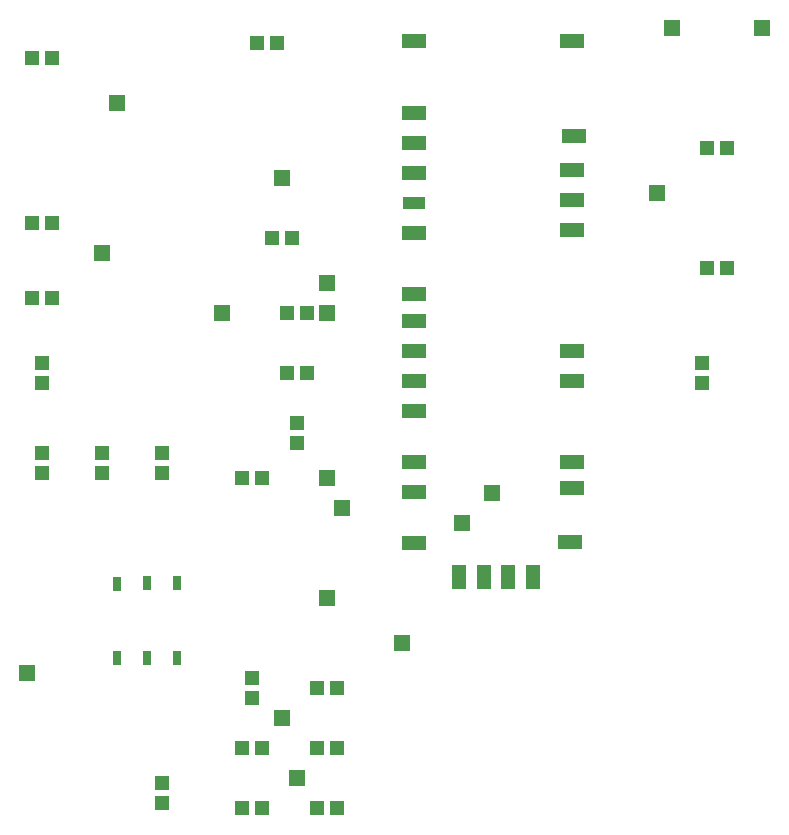
<source format=gts>
G75*
%MOIN*%
%OFA0B0*%
%FSLAX25Y25*%
%IPPOS*%
%LPD*%
%AMOC8*
5,1,8,0,0,1.08239X$1,22.5*
%
%ADD10R,0.05131X0.04737*%
%ADD11R,0.04737X0.05131*%
%ADD12R,0.08400X0.04600*%
%ADD13R,0.07400X0.04000*%
%ADD14R,0.04600X0.08400*%
%ADD15R,0.02800X0.04800*%
%ADD16R,0.05550X0.05550*%
D10*
X0113854Y0032200D03*
X0120546Y0032200D03*
X0138854Y0032200D03*
X0145546Y0032200D03*
X0145546Y0052200D03*
X0138854Y0052200D03*
X0120546Y0052200D03*
X0113854Y0052200D03*
X0138854Y0072200D03*
X0145546Y0072200D03*
X0120546Y0142200D03*
X0113854Y0142200D03*
X0128854Y0177200D03*
X0135546Y0177200D03*
X0135546Y0197200D03*
X0128854Y0197200D03*
X0130546Y0222200D03*
X0123854Y0222200D03*
X0125546Y0287200D03*
X0118854Y0287200D03*
X0050546Y0282200D03*
X0043854Y0282200D03*
X0043854Y0227200D03*
X0050546Y0227200D03*
X0050546Y0202200D03*
X0043854Y0202200D03*
X0268854Y0212200D03*
X0275546Y0212200D03*
X0275546Y0252200D03*
X0268854Y0252200D03*
D11*
X0267200Y0180546D03*
X0267200Y0173854D03*
X0132200Y0160546D03*
X0132200Y0153854D03*
X0087200Y0150546D03*
X0087200Y0143854D03*
X0067200Y0143854D03*
X0067200Y0150546D03*
X0047200Y0150546D03*
X0047200Y0143854D03*
X0047200Y0173854D03*
X0047200Y0180546D03*
X0117200Y0075546D03*
X0117200Y0068854D03*
X0087200Y0040546D03*
X0087200Y0033854D03*
D12*
X0171137Y0120389D03*
X0171137Y0137515D03*
X0171137Y0147515D03*
X0171137Y0164641D03*
X0171137Y0174641D03*
X0171137Y0184641D03*
X0171137Y0194641D03*
X0171137Y0203578D03*
X0171137Y0223893D03*
X0171137Y0243893D03*
X0171137Y0253893D03*
X0171137Y0263893D03*
X0171137Y0287830D03*
X0223893Y0287830D03*
X0224523Y0256294D03*
X0223893Y0244956D03*
X0223893Y0234956D03*
X0223893Y0224956D03*
X0223893Y0184641D03*
X0223893Y0174641D03*
X0223893Y0147515D03*
X0223893Y0139011D03*
X0223263Y0120704D03*
D13*
X0171137Y0233893D03*
D14*
X0186137Y0109326D03*
X0194326Y0109326D03*
X0202515Y0109326D03*
X0210704Y0109326D03*
D15*
X0092200Y0107200D03*
X0082200Y0107200D03*
X0072200Y0106806D03*
X0072200Y0082200D03*
X0082200Y0082200D03*
X0092200Y0082200D03*
D16*
X0042200Y0077200D03*
X0127200Y0062200D03*
X0132200Y0042200D03*
X0167200Y0087200D03*
X0142200Y0102200D03*
X0147200Y0132200D03*
X0142200Y0142200D03*
X0187200Y0127200D03*
X0197200Y0137200D03*
X0142200Y0197200D03*
X0142200Y0207200D03*
X0107200Y0197200D03*
X0067200Y0217200D03*
X0072200Y0267200D03*
X0127200Y0242200D03*
X0252200Y0237200D03*
X0257200Y0292200D03*
X0287200Y0292200D03*
M02*

</source>
